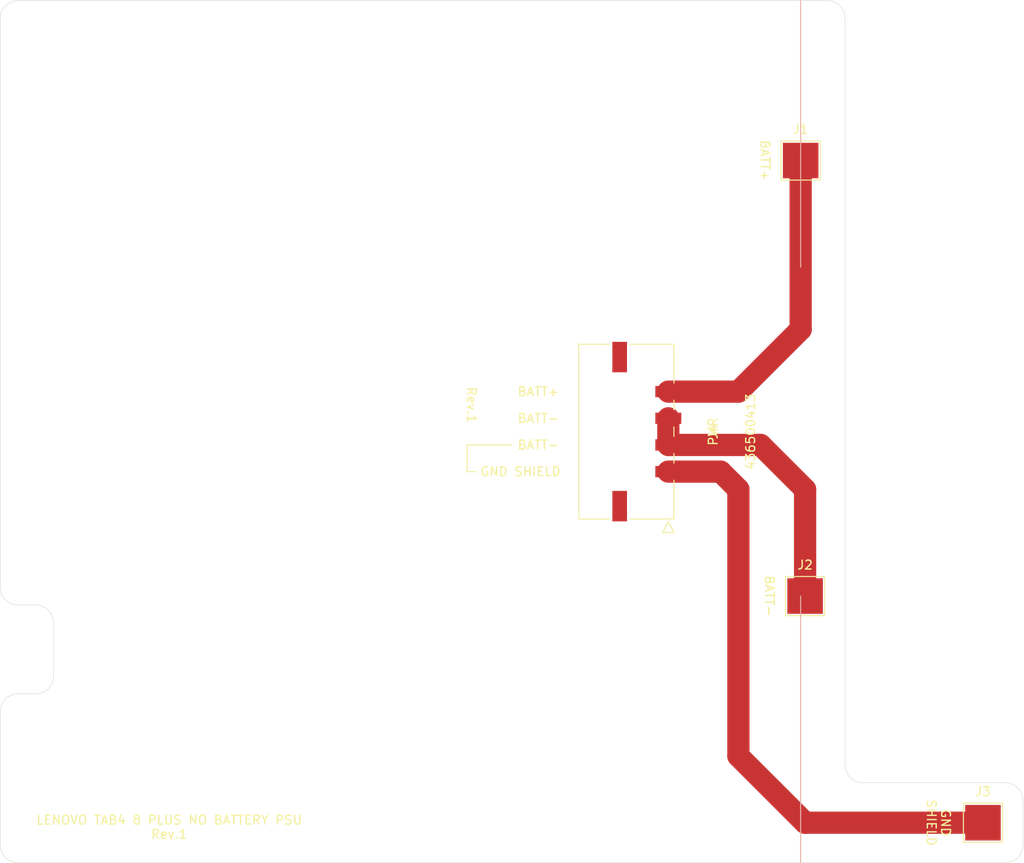
<source format=kicad_pcb>
(kicad_pcb (version 20171130) (host pcbnew 5.1.9+dfsg1-1)

  (general
    (thickness 1.6)
    (drawings 34)
    (tracks 12)
    (zones 0)
    (modules 4)
    (nets 4)
  )

  (page A4)
  (layers
    (0 F.Cu signal)
    (31 B.Cu signal)
    (32 B.Adhes user)
    (33 F.Adhes user)
    (34 B.Paste user)
    (35 F.Paste user)
    (36 B.SilkS user)
    (37 F.SilkS user)
    (38 B.Mask user)
    (39 F.Mask user)
    (40 Dwgs.User user)
    (41 Cmts.User user)
    (42 Eco1.User user)
    (43 Eco2.User user)
    (44 Edge.Cuts user)
    (45 Margin user)
    (46 B.CrtYd user)
    (47 F.CrtYd user)
    (48 B.Fab user)
    (49 F.Fab user)
  )

  (setup
    (last_trace_width 2.5)
    (user_trace_width 2.5)
    (trace_clearance 0.2)
    (zone_clearance 0.508)
    (zone_45_only no)
    (trace_min 0.2)
    (via_size 0.8)
    (via_drill 0.4)
    (via_min_size 0.4)
    (via_min_drill 0.3)
    (uvia_size 0.3)
    (uvia_drill 0.1)
    (uvias_allowed no)
    (uvia_min_size 0.2)
    (uvia_min_drill 0.1)
    (edge_width 0.05)
    (segment_width 0.2)
    (pcb_text_width 0.3)
    (pcb_text_size 1.5 1.5)
    (mod_edge_width 0.12)
    (mod_text_size 1 1)
    (mod_text_width 0.15)
    (pad_size 1.524 1.524)
    (pad_drill 0.762)
    (pad_to_mask_clearance 0)
    (aux_axis_origin 0 0)
    (visible_elements FFFFFF7F)
    (pcbplotparams
      (layerselection 0x010fc_ffffffff)
      (usegerberextensions true)
      (usegerberattributes false)
      (usegerberadvancedattributes false)
      (creategerberjobfile false)
      (excludeedgelayer true)
      (linewidth 0.100000)
      (plotframeref false)
      (viasonmask false)
      (mode 1)
      (useauxorigin false)
      (hpglpennumber 1)
      (hpglpenspeed 20)
      (hpglpendiameter 15.000000)
      (psnegative false)
      (psa4output false)
      (plotreference true)
      (plotvalue false)
      (plotinvisibletext false)
      (padsonsilk false)
      (subtractmaskfromsilk true)
      (outputformat 1)
      (mirror false)
      (drillshape 0)
      (scaleselection 1)
      (outputdirectory "gerber/"))
  )

  (net 0 "")
  (net 1 BATT+)
  (net 2 BATT-)
  (net 3 GND_SHIELD)

  (net_class Default "This is the default net class."
    (clearance 0.2)
    (trace_width 0.25)
    (via_dia 0.8)
    (via_drill 0.4)
    (uvia_dia 0.3)
    (uvia_drill 0.1)
    (add_net BATT+)
    (add_net BATT-)
    (add_net GND_SHIELD)
  )

  (module TestPoint:TestPoint_Pad_4.0x4.0mm (layer F.Cu) (tedit 5A0F774F) (tstamp 630261B3)
    (at 235 81)
    (descr "SMD rectangular pad as test Point, square 4.0mm side length")
    (tags "test point SMD pad rectangle square")
    (path /63023267)
    (attr virtual)
    (fp_text reference J1 (at 0 -3.5) (layer F.SilkS)
      (effects (font (size 1 1) (thickness 0.15)))
    )
    (fp_text value BATT+ (at 0 3.1) (layer F.Fab)
      (effects (font (size 1 1) (thickness 0.15)))
    )
    (fp_line (start 2.5 2.5) (end -2.5 2.5) (layer F.CrtYd) (width 0.05))
    (fp_line (start 2.5 2.5) (end 2.5 -2.5) (layer F.CrtYd) (width 0.05))
    (fp_line (start -2.5 -2.5) (end -2.5 2.5) (layer F.CrtYd) (width 0.05))
    (fp_line (start -2.5 -2.5) (end 2.5 -2.5) (layer F.CrtYd) (width 0.05))
    (fp_line (start -2.2 2.2) (end -2.2 -2.2) (layer F.SilkS) (width 0.12))
    (fp_line (start 2.2 2.2) (end -2.2 2.2) (layer F.SilkS) (width 0.12))
    (fp_line (start 2.2 -2.2) (end 2.2 2.2) (layer F.SilkS) (width 0.12))
    (fp_line (start -2.2 -2.2) (end 2.2 -2.2) (layer F.SilkS) (width 0.12))
    (fp_text user %R (at 0 -2.9) (layer F.Fab)
      (effects (font (size 1 1) (thickness 0.15)))
    )
    (pad 1 smd rect (at 0 0) (size 4 4) (layers F.Cu F.Mask)
      (net 1 BATT+))
  )

  (module TestPoint:TestPoint_Pad_4.0x4.0mm (layer F.Cu) (tedit 5A0F774F) (tstamp 630261C1)
    (at 235.5 130)
    (descr "SMD rectangular pad as test Point, square 4.0mm side length")
    (tags "test point SMD pad rectangle square")
    (path /63024024)
    (attr virtual)
    (fp_text reference J2 (at 0 -3.5) (layer F.SilkS)
      (effects (font (size 1 1) (thickness 0.15)))
    )
    (fp_text value BATT- (at 0 3.1) (layer F.Fab)
      (effects (font (size 1 1) (thickness 0.15)))
    )
    (fp_text user %R (at 0 -2.9) (layer F.Fab)
      (effects (font (size 1 1) (thickness 0.15)))
    )
    (fp_line (start -2.2 -2.2) (end 2.2 -2.2) (layer F.SilkS) (width 0.12))
    (fp_line (start 2.2 -2.2) (end 2.2 2.2) (layer F.SilkS) (width 0.12))
    (fp_line (start 2.2 2.2) (end -2.2 2.2) (layer F.SilkS) (width 0.12))
    (fp_line (start -2.2 2.2) (end -2.2 -2.2) (layer F.SilkS) (width 0.12))
    (fp_line (start -2.5 -2.5) (end 2.5 -2.5) (layer F.CrtYd) (width 0.05))
    (fp_line (start -2.5 -2.5) (end -2.5 2.5) (layer F.CrtYd) (width 0.05))
    (fp_line (start 2.5 2.5) (end 2.5 -2.5) (layer F.CrtYd) (width 0.05))
    (fp_line (start 2.5 2.5) (end -2.5 2.5) (layer F.CrtYd) (width 0.05))
    (pad 1 smd rect (at 0 0) (size 4 4) (layers F.Cu F.Mask)
      (net 2 BATT-))
  )

  (module TestPoint:TestPoint_Pad_4.0x4.0mm (layer F.Cu) (tedit 5A0F774F) (tstamp 630261CF)
    (at 255.5 155.5)
    (descr "SMD rectangular pad as test Point, square 4.0mm side length")
    (tags "test point SMD pad rectangle square")
    (path /630241B9)
    (attr virtual)
    (fp_text reference J3 (at 0 -3.5) (layer F.SilkS)
      (effects (font (size 1 1) (thickness 0.15)))
    )
    (fp_text value GND_SHIELD (at 0 3.1) (layer F.Fab)
      (effects (font (size 1 1) (thickness 0.15)))
    )
    (fp_line (start 2.5 2.5) (end -2.5 2.5) (layer F.CrtYd) (width 0.05))
    (fp_line (start 2.5 2.5) (end 2.5 -2.5) (layer F.CrtYd) (width 0.05))
    (fp_line (start -2.5 -2.5) (end -2.5 2.5) (layer F.CrtYd) (width 0.05))
    (fp_line (start -2.5 -2.5) (end 2.5 -2.5) (layer F.CrtYd) (width 0.05))
    (fp_line (start -2.2 2.2) (end -2.2 -2.2) (layer F.SilkS) (width 0.12))
    (fp_line (start 2.2 2.2) (end -2.2 2.2) (layer F.SilkS) (width 0.12))
    (fp_line (start 2.2 -2.2) (end 2.2 2.2) (layer F.SilkS) (width 0.12))
    (fp_line (start -2.2 -2.2) (end 2.2 -2.2) (layer F.SilkS) (width 0.12))
    (fp_text user %R (at 0 -2.9) (layer F.Fab)
      (effects (font (size 1 1) (thickness 0.15)))
    )
    (pad 1 smd rect (at 0 0) (size 4 4) (layers F.Cu F.Mask)
      (net 3 GND_SHIELD))
  )

  (module footprints:molex_1x4_smd (layer F.Cu) (tedit 0) (tstamp 630267F4)
    (at 215 111.5 270)
    (path /63022965)
    (fp_text reference J4 (at 0 -10.16 90) (layer F.SilkS)
      (effects (font (size 1 1) (thickness 0.15)))
    )
    (fp_text value PWR (at 0 -10.16 90) (layer F.SilkS)
      (effects (font (size 1 1) (thickness 0.15)))
    )
    (fp_line (start 11.094979 -7.020001) (end -11.094982 -7.020001) (layer F.CrtYd) (width 0.05))
    (fp_line (start 11.094979 6.22) (end 11.094979 -7.020001) (layer F.CrtYd) (width 0.05))
    (fp_line (start -11.094982 6.22) (end 11.094979 6.22) (layer F.CrtYd) (width 0.05))
    (fp_line (start -11.094982 -7.020001) (end -11.094982 6.22) (layer F.CrtYd) (width 0.05))
    (fp_line (start -9.824982 1.495052) (end -9.824982 4.95) (layer F.SilkS) (width 0.12))
    (fp_line (start 9.824979 -0.795028) (end 9.824979 -5.750001) (layer F.SilkS) (width 0.12))
    (fp_line (start -5.455039 -5.750001) (end -9.824982 -5.750001) (layer F.SilkS) (width 0.12))
    (fp_line (start -2.45504 -5.750001) (end -3.544959 -5.750001) (layer F.SilkS) (width 0.12))
    (fp_line (start 0.54496 -5.750001) (end -0.54496 -5.750001) (layer F.SilkS) (width 0.12))
    (fp_line (start 3.544959 -5.750001) (end 2.45504 -5.750001) (layer F.SilkS) (width 0.12))
    (fp_line (start -9.824982 -5.750001) (end -9.824982 4.95) (layer F.Fab) (width 0.1))
    (fp_line (start 9.824979 -5.750001) (end -9.824982 -5.750001) (layer F.Fab) (width 0.1))
    (fp_line (start 9.824979 4.95) (end 9.824979 -5.750001) (layer F.Fab) (width 0.1))
    (fp_line (start -9.824982 4.95) (end 9.824979 4.95) (layer F.Fab) (width 0.1))
    (fp_line (start 9.824979 -5.750001) (end 5.455039 -5.750001) (layer F.SilkS) (width 0.12))
    (fp_line (start 9.824979 4.95) (end 9.824979 1.495052) (layer F.SilkS) (width 0.12))
    (fp_line (start -9.824982 4.95) (end 9.824979 4.95) (layer F.SilkS) (width 0.12))
    (fp_line (start -9.824982 -5.750001) (end -9.824982 -0.795028) (layer F.SilkS) (width 0.12))
    (fp_line (start 11.348979 -4.485) (end 10.078979 -5.12) (layer F.SilkS) (width 0.12))
    (fp_line (start 11.348979 -5.755) (end 11.348979 -4.485) (layer F.SilkS) (width 0.12))
    (fp_line (start 10.078979 -5.12) (end 11.348979 -5.755) (layer F.SilkS) (width 0.12))
    (fp_line (start 11.348979 -4.485) (end 10.078979 -5.12) (layer F.Fab) (width 0.1))
    (fp_line (start 11.348979 -5.755) (end 11.348979 -4.485) (layer F.Fab) (width 0.1))
    (fp_line (start 10.078979 -5.12) (end 11.348979 -5.755) (layer F.Fab) (width 0.1))
    (fp_line (start 11.094979 -7.020001) (end -11.094982 -7.020001) (layer F.CrtYd) (width 0.05))
    (fp_line (start 11.094979 6.22) (end 11.094979 -7.020001) (layer F.CrtYd) (width 0.05))
    (fp_line (start -11.094982 6.22) (end 11.094979 6.22) (layer F.CrtYd) (width 0.05))
    (fp_line (start -11.094982 -7.020001) (end -11.094982 6.22) (layer F.CrtYd) (width 0.05))
    (fp_text user "Copyright 2021 Accelerated Designs. All rights reserved." (at 0 0 90) (layer Cmts.User)
      (effects (font (size 0.127 0.127) (thickness 0.002)))
    )
    (fp_text user * (at 0 0 90) (layer F.SilkS) hide
      (effects (font (size 1 1) (thickness 0.15)))
    )
    (fp_text user * (at 0 0 90) (layer F.Fab)
      (effects (font (size 1 1) (thickness 0.15)))
    )
    (fp_text user 436500413 (at 0 -14.369999 90) (layer F.Fab)
      (effects (font (size 1 1) (thickness 0.15)))
    )
    (fp_text user 436500413 (at 0 -14.369999 90) (layer F.SilkS)
      (effects (font (size 1 1) (thickness 0.15)))
    )
    (pad 1 smd rect (at 4.499999 -5.12 270) (size 1.27 2.919999) (layers F.Cu F.Paste F.Mask)
      (net 3 GND_SHIELD))
    (pad 2 smd rect (at 1.5 -5.12 270) (size 1.27 2.919999) (layers F.Cu F.Paste F.Mask)
      (net 2 BATT-))
    (pad 3 smd rect (at -1.5 -5.12 270) (size 1.27 2.919999) (layers F.Cu F.Paste F.Mask)
      (net 2 BATT-))
    (pad 4 smd rect (at -4.499999 -5.12 270) (size 1.27 2.919999) (layers F.Cu F.Paste F.Mask)
      (net 1 BATT+))
    (pad P1 smd rect (at 8.385004 0.350012 270) (size 3.430001 1.65) (layers F.Cu F.Paste F.Mask))
    (pad P2 smd rect (at -8.385004 0.350012 270) (size 3.430001 1.65) (layers F.Cu F.Paste F.Mask))
  )

  (gr_line (start 197.5 113) (end 202.5 113) (layer F.SilkS) (width 0.12))
  (gr_line (start 197.5 116) (end 197.5 113) (layer F.SilkS) (width 0.12))
  (gr_line (start 198.5 116) (end 197.5 116) (layer F.SilkS) (width 0.12))
  (gr_text Rev.1 (at 198 108.5 270) (layer F.SilkS)
    (effects (font (size 1 1) (thickness 0.15)))
  )
  (gr_text "LENOVO TAB4 8 PLUS NO BATTERY PSU\nRev.1" (at 164 156) (layer F.SilkS)
    (effects (font (size 1 1) (thickness 0.15)))
  )
  (gr_text "GND SHIELD" (at 203.5 116) (layer F.SilkS)
    (effects (font (size 1 1) (thickness 0.15)))
  )
  (gr_text BATT- (at 205.5 113) (layer F.SilkS)
    (effects (font (size 1 1) (thickness 0.15)))
  )
  (gr_text BATT- (at 205.5 110) (layer F.SilkS)
    (effects (font (size 1 1) (thickness 0.15)))
  )
  (gr_text BATT+ (at 205.5 107) (layer F.SilkS)
    (effects (font (size 1 1) (thickness 0.15)))
  )
  (gr_text "GND\nSHIELD" (at 250.5 155.5 270) (layer F.SilkS)
    (effects (font (size 1 1) (thickness 0.15)))
  )
  (gr_text BATT- (at 231.5 130 270) (layer F.SilkS)
    (effects (font (size 1 1) (thickness 0.15)))
  )
  (gr_text BATT+ (at 231 81 270) (layer F.SilkS)
    (effects (font (size 1 1) (thickness 0.15)))
  )
  (gr_line (start 235 63) (end 235 93) (layer B.SilkS) (width 0.12))
  (gr_line (start 235 160) (end 235 130) (layer B.SilkS) (width 0.12))
  (gr_arc (start 147 129) (end 145 129) (angle -90) (layer Edge.Cuts) (width 0.05))
  (gr_arc (start 149 133) (end 151 133) (angle -90) (layer Edge.Cuts) (width 0.05))
  (gr_arc (start 149 139) (end 149 141) (angle -90) (layer Edge.Cuts) (width 0.05))
  (gr_arc (start 147 143) (end 147 141) (angle -90) (layer Edge.Cuts) (width 0.05))
  (gr_arc (start 147 158) (end 145 158) (angle -90) (layer Edge.Cuts) (width 0.05))
  (gr_arc (start 258 158) (end 258 160) (angle -90) (layer Edge.Cuts) (width 0.05))
  (gr_arc (start 258 153) (end 260 153) (angle -90) (layer Edge.Cuts) (width 0.05))
  (gr_arc (start 242 149) (end 240 149) (angle -90) (layer Edge.Cuts) (width 0.05))
  (gr_arc (start 238 65) (end 240 65) (angle -90) (layer Edge.Cuts) (width 0.05))
  (gr_arc (start 147 65) (end 147 63) (angle -90) (layer Edge.Cuts) (width 0.05))
  (gr_line (start 147 160) (end 258 160) (layer Edge.Cuts) (width 0.05) (tstamp 6302639D))
  (gr_line (start 145 143) (end 145 158) (layer Edge.Cuts) (width 0.05))
  (gr_line (start 147 141) (end 149 141) (layer Edge.Cuts) (width 0.05) (tstamp 6302639C))
  (gr_line (start 151 133) (end 151 139) (layer Edge.Cuts) (width 0.05))
  (gr_line (start 147 131) (end 149 131) (layer Edge.Cuts) (width 0.05))
  (gr_line (start 145 65) (end 145 129) (layer Edge.Cuts) (width 0.05))
  (gr_line (start 238 63) (end 147 63) (layer Edge.Cuts) (width 0.05))
  (gr_line (start 240 149) (end 240 65) (layer Edge.Cuts) (width 0.05))
  (gr_line (start 258 151) (end 242 151) (layer Edge.Cuts) (width 0.05))
  (gr_line (start 260 158) (end 260 153) (layer Edge.Cuts) (width 0.05))

  (segment (start 220.12 107.000001) (end 227.999999 107.000001) (width 2.5) (layer F.Cu) (net 1))
  (segment (start 235 100) (end 235 81) (width 2.5) (layer F.Cu) (net 1))
  (segment (start 227.999999 107.000001) (end 235 100) (width 2.5) (layer F.Cu) (net 1))
  (segment (start 220.12 110) (end 220.12 113) (width 2.5) (layer F.Cu) (net 2))
  (segment (start 220.12 113) (end 230.5 113) (width 2.5) (layer F.Cu) (net 2))
  (segment (start 235.5 118) (end 235.5 130) (width 2.5) (layer F.Cu) (net 2))
  (segment (start 230.5 113) (end 235.5 118) (width 2.5) (layer F.Cu) (net 2))
  (segment (start 255.5 155.5) (end 235.5 155.5) (width 2.5) (layer F.Cu) (net 3))
  (segment (start 235.5 155.5) (end 228 148) (width 2.5) (layer F.Cu) (net 3))
  (segment (start 228 148) (end 228 118) (width 2.5) (layer F.Cu) (net 3))
  (segment (start 225.999999 115.999999) (end 220.12 115.999999) (width 2.5) (layer F.Cu) (net 3))
  (segment (start 228 118) (end 225.999999 115.999999) (width 2.5) (layer F.Cu) (net 3))

)

</source>
